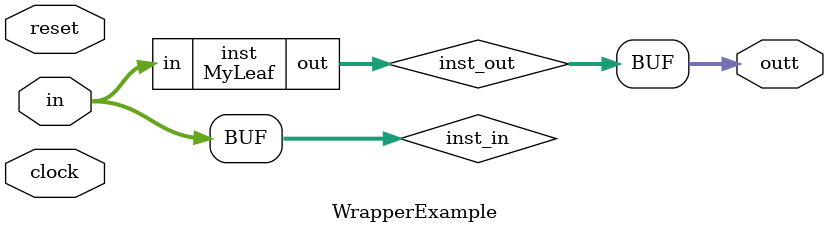
<source format=v>
module MyLeaf(
  input  [2:0] in,
  output [2:0] out
);
  assign out = in; // @[ForceNames.scala 36:9]
endmodule
module WrapperExample(
  input        clock,
  input        reset,
  input  [2:0] in,
  output [2:0] outt
);
  wire [2:0] inst_in;
  wire [2:0] inst_out;
  wire [2:0] inst_in; // @[ForceNames.scala 28:22]
  wire [2:0] inst_out; // @[ForceNames.scala 28:22]
  MyLeaf inst ( // @[ForceNames.scala 28:22]
    .in(inst_in),
    .out(inst_out)
  );
  assign inst_out = inst_out; // @[ForceNames.scala 31:9]
  assign inst_in = inst_in; // @[ForceNames.scala 30:13]
  assign outt = inst_out; // @[ForceNames.scala 22:9]
  assign inst_in = in; // @[ForceNames.scala 21:13]
endmodule

</source>
